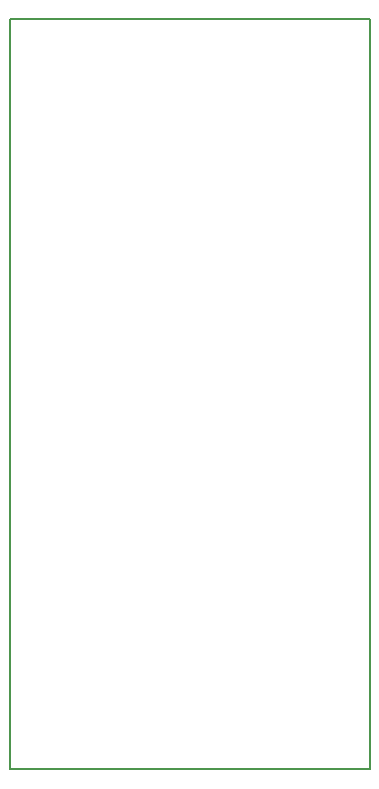
<source format=gm1>
G04*
G04 #@! TF.GenerationSoftware,Altium Limited,Altium Designer,20.0.10 (225)*
G04*
G04 Layer_Color=16711935*
%FSLAX42Y42*%
%MOMM*%
G71*
G01*
G75*
%ADD26C,0.13*%
D26*
X-0Y0D02*
X0Y6354D01*
X3048D01*
X0Y-0D02*
X3048Y0D01*
X3048Y6354D02*
X3048Y0D01*
M02*

</source>
